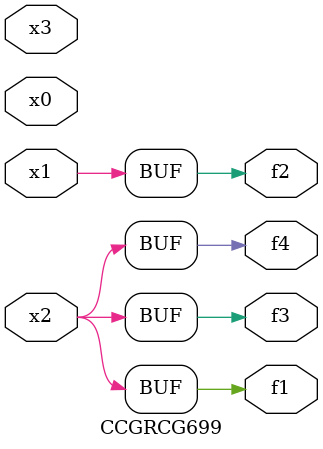
<source format=v>
module CCGRCG699(
	input x0, x1, x2, x3,
	output f1, f2, f3, f4
);
	assign f1 = x2;
	assign f2 = x1;
	assign f3 = x2;
	assign f4 = x2;
endmodule

</source>
